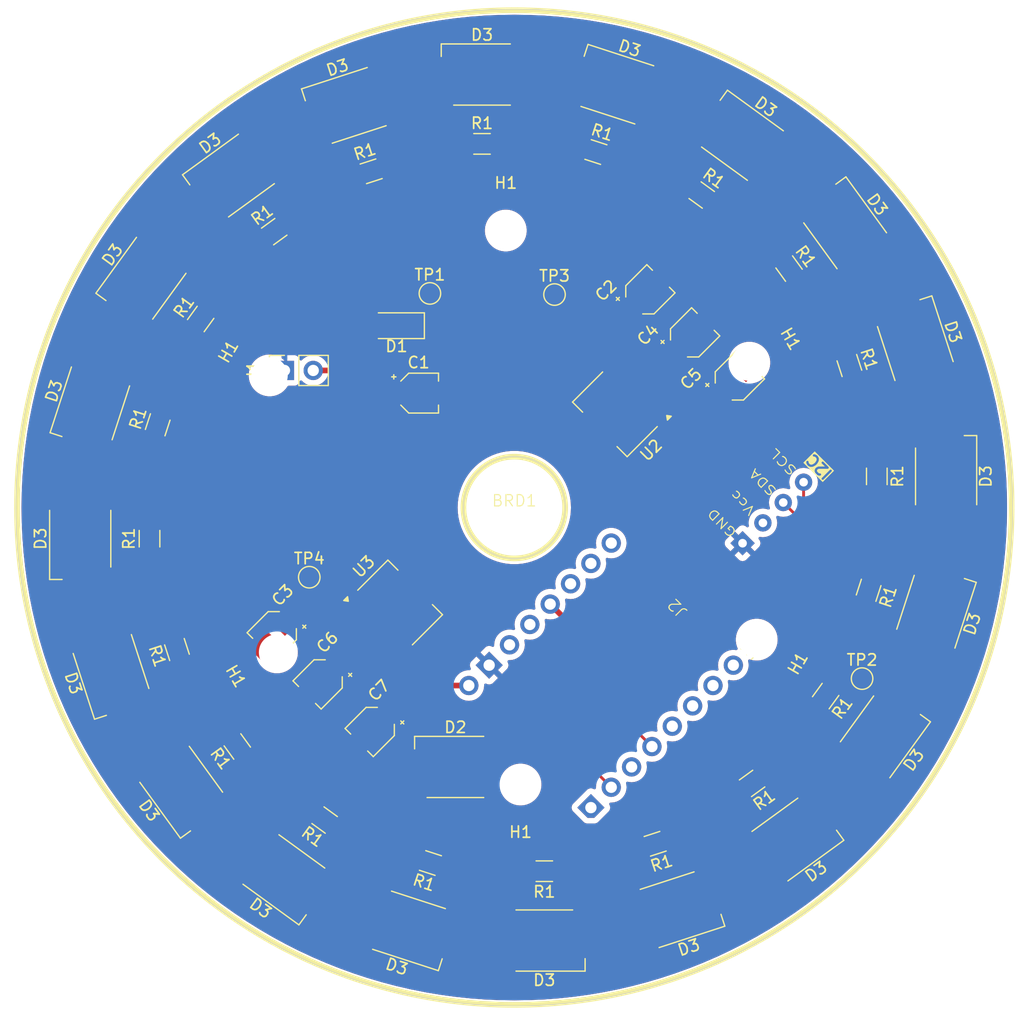
<source format=kicad_pcb>
(kicad_pcb (version 20240108) (generator "pcbnew") (generator_version "8.0")
  (layers (0 "F.Cu" signal) (31 "B.Cu" signal) (34 "B.Paste" user) (35 "F.Paste" user) (36 "B.SilkS" user "B.Silkscreen") (37 "F.SilkS" user "F.Silkscreen") (38 "B.Mask" user) (39 "F.Mask" user) (44 "Edge.Cuts" user))
  (net 0 "")
  (net 3 "Net-(D2-A)")
  (net 8 "/SDA")
  (net 13 "/3V3")
  (net 14 "GND")
  (net 15 "/Power Supply/VIN")
  (net 16 "+3V3")
  (net 17 "+5V")
  (net 18 "/Power Supply/VDC")
  (net 19 "Net-(D3-AB)")
  (net 20 "GPIO3")
  (net 21 "/SCK")
  (footprint "Resistor_SMD:R_1206_3216Metric_Pad1.30x1.75mm_HandSolder" (layer "F.Cu") (at 112.534851 129.479117 -162)
    (property "Reference" "R1")
    (property "Value" "R")
  )
  (footprint "MountingHole:MountingHole_3.2mm_M3" (layer "F.Cu") (at 121.499321 111.462083 -120)
    (property "Reference" "H1")
    (property "Value" "MountingHole_M3")
  )
  (footprint "TestPoint:TestPoint_Pad_D1.5mm" (layer "F.Cu") (at 82 105.95)
    (property "Reference" "TP4")
    (property "Value" "5V")
  )
  (footprint "Capacitor_SMD:CP_Elec_3x5.3" (layer "F.Cu") (at 87.65 119.3 -135)
    (property "Reference" "C7")
    (property "Value" "0.1uF")
  )
  (footprint "Resistor_SMD:R_1206_3216Metric_Pad1.30x1.75mm_HandSolder" (layer "F.Cu") (at 131.378711 107.10404 -108)
    (property "Reference" "R1")
    (property "Value" "R")
  )
  (footprint "Diode_SMD:D_1206_3216Metric_Pad1.42x1.75mm_HandSolder" (layer "F.Cu") (at 89.7 83.75 180)
    (property "Reference" "D1")
    (property "Value" "D")
  )
  (footprint "Alexander Footprint Library:LED_5050-6" (layer "F.Cu") (at 64.500417 114.226035 108)
    (property "Reference" "D3")
    (property "Value" "LED-5050")
  )
  (footprint "Resistor_SMD:R_1206_3216Metric_Pad1.30x1.75mm_HandSolder" (layer "F.Cu") (at 127.585855 116.44311 -126)
    (property "Reference" "R1")
    (property "Value" "R")
  )
  (footprint "Resistor_SMD:R_1206_3216Metric_Pad1.30x1.75mm_HandSolder" (layer "F.Cu") (at 83.35689 127.385855 144)
    (property "Reference" "R1")
    (property "Value" "R")
  )
  (footprint "Resistor_SMD:R_1206_3216Metric_Pad1.30x1.75mm_HandSolder" (layer "F.Cu") (at 124.353036 78.707297 -54)
    (property "Reference" "R1")
    (property "Value" "R")
  )
  (footprint "MountingHole:MountingHole_3.2mm_M3" (layer "F.Cu") (at 79.150679 112.587917 120)
    (property "Reference" "H1")
    (property "Value" "MountingHole_M3")
  )
  (footprint "Resistor_SMD:R_1206_3216Metric_Pad1.30x1.75mm_HandSolder" (layer "F.Cu") (at 129.679117 87.265149 -72)
    (property "Reference" "R1")
    (property "Value" "R")
  )
  (footprint "Resistor_SMD:R_1206_3216Metric_Pad1.30x1.75mm_HandSolder" (layer "F.Cu") (at 121.092703 124.153036 -144)
    (property "Reference" "R1")
    (property "Value" "R")
  )
  (footprint "Resistor_SMD:R_1206_3216Metric_Pad1.30x1.75mm_HandSolder" (layer "F.Cu") (at 78.907297 75.446964 36)
    (property "Reference" "R1")
    (property "Value" "R")
  )
  (footprint "Resistor_SMD:R_1206_3216Metric_Pad1.30x1.75mm_HandSolder" (layer "F.Cu") (at 102.75 131.9 180)
    (property "Reference" "R1")
    (property "Value" "R")
  )
  (footprint "Resistor_SMD:R_1206_3216Metric_Pad1.30x1.75mm_HandSolder" (layer "F.Cu") (at 132.1 97.05 -90)
    (property "Reference" "R1")
    (property "Value" "R")
  )
  (footprint "Resistor_SMD:R_1206_3216Metric_Pad1.30x1.75mm_HandSolder" (layer "F.Cu") (at 92.69596 131.178711 162)
    (property "Reference" "R1")
    (property "Value" "R")
  )
  (footprint "Alexander Footprint Library:Conn_I2C" (layer "F.Cu") (at 114.861846 108.338154 135)
    (property "Reference" "J2")
    (property "Value" "I2C")
  )
  (footprint "Alexander Footprint Library:LED_5050-6" (layer "F.Cu") (at 102.75 138.02 180)
    (property "Reference" "D3")
    (property "Value" "LED-5050")
  )
  (footprint "Resistor_SMD:R_1206_3216Metric_Pad1.30x1.75mm_HandSolder" (layer "F.Cu") (at 72.414145 83.15689 54)
    (property "Reference" "R1")
    (property "Value" "R")
  )
  (footprint "Capacitor_SMD:CP_Elec_3x5.3" (layer "F.Cu") (at 119.7 88.45 45)
    (property "Reference" "C5")
    (property "Value" "0.1uF")
  )
  (footprint "Alexander Footprint Library:ESP32-C3_SuperMini" (layer "F.Cu") (at 121.230256 111.919744 135)
    (property "Reference" "U1")
    (property "Value" "ESP32-C3 SuperMini")
  )
  (footprint "Resistor_SMD:R_1206_3216Metric_Pad1.30x1.75mm_HandSolder" (layer "F.Cu") (at 87.465149 70.120883 18)
    (property "Reference" "R1")
    (property "Value" "R")
  )
  (footprint "Resistor_SMD:R_1206_3216Metric_Pad1.30x1.75mm_HandSolder" (layer "F.Cu") (at 97.25 67.7)
    (property "Reference" "R1")
    (property "Value" "R")
  )
  (footprint "Alexander Footprint Library:LED_5050-6" (layer "F.Cu") (at 75.310051 70.49578 36)
    (property "Reference" "D3")
    (property "Value" "LED-5050")
  )
  (footprint "Alexander Footprint Library:Circle-44R" (layer "F.Cu") (at 100.1 99.7)
    (property "Reference" "BRD1")
    (property "Value" "~")
    (fp_circle (center 0 0.1) (end 4.5 0) (stroke (width 0.05)) (fill none) (layer "Edge.Cuts"))
    (fp_circle (center 0 0.1) (end 44 0.1) (stroke (width 0.05)) (fill none) (layer "Edge.Cuts"))
  )
  (footprint "Resistor_SMD:R_1206_3216Metric_Pad1.30x1.75mm_HandSolder" (layer "F.Cu") (at 107.30404 68.421289 -18)
    (property "Reference" "R1")
    (property "Value" "R")
  )
  (footprint "MountingHole:MountingHole_3.2mm_M3" (layer "F.Cu") (at 100.65 124.25 180)
    (property "Reference" "H1")
    (property "Value" "MountingHole_M3")
  )
  (footprint "Alexander Footprint Library:LED_5050-6" (layer "F.Cu") (at 120.240356 67.262961 -36)
    (property "Reference" "D3")
    (property "Value" "LED-5050")
  )
  (footprint "Alexander Footprint Library:LED_5050-6" (layer "F.Cu") (at 94.9 122.7)
    (property "Reference" "D2")
    (property "Value" "5050")
  )
  (footprint "Alexander Footprint Library:LED_5050-6" (layer "F.Cu") (at 61.78 102.55 90)
    (property "Reference" "D3")
    (property "Value" "LED-5050")
  )
  (footprint "Alexander Footprint Library:LED_5050-6" (layer "F.Cu") (at 129.30422 75.110051 -54)
    (property "Reference" "D3")
    (property "Value" "LED-5050")
  )
  (footprint "Alexander Footprint Library:LED_5050-6" (layer "F.Cu") (at 124.689949 129.10422 -144)
    (property "Reference" "D3")
    (property "Value" "LED-5050")
  )
  (footprint "Capacitor_SMD:CP_Elec_3x5.3" (layer "F.Cu") (at 111.8 80.85 45)
    (property "Reference" "C2")
    (property "Value" "1uF")
  )
  (footprint "TestPoint:TestPoint_Pad_D1.5mm" (layer "F.Cu") (at 92.65 80.9)
    (property "Reference" "TP1")
    (property "Value" "VIN")
  )
  (footprint "Alexander Footprint Library:LED_5050-6" (layer "F.Cu") (at 137.199177 108.995224 -108)
    (property "Reference" "D3")
    (property "Value" "LED-5050")
  )
  (footprint "Resistor_SMD:R_1206_3216Metric_Pad1.30x1.75mm_HandSolder" (layer "F.Cu") (at 116.64311 72.214145 -36)
    (property "Reference" "R1")
    (property "Value" "R")
  )
  (footprint "Resistor_SMD:R_1206_3216Metric_Pad1.30x1.75mm_HandSolder" (layer "F.Cu") (at 68.621289 92.49596 72)
    (property "Reference" "R1")
    (property "Value" "R")
  )
  (footprint "MountingHole:MountingHole_3.2mm_M3" (layer "F.Cu") (at 120.849321 87.012083 -60)
    (property "Reference" "H1")
    (property "Value" "MountingHole_M3")
  )
  (footprint "Alexander Footprint Library:AMS1117 SOT-223" (layer "F.Cu") (at 109 91.55 -135)
    (property "Reference" "U2")
    (property "Value" "AMS1117-3V3")
  )
  (footprint "Alexander Footprint Library:LED_5050-6" (layer "F.Cu") (at 135.499583 85.373965 -72)
    (property "Reference" "D3")
    (property "Value" "LED-5050")
  )
  (footprint "Alexander Footprint Library:LED_5050-6" (layer "F.Cu") (at 132.537039 120.040356 -126)
    (property "Reference" "D3")
    (property "Value" "LED-5050")
  )
  (footprint "Resistor_SMD:R_1206_3216Metric_Pad1.30x1.75mm_HandSolder" (layer "F.Cu") (at 67.9 102.55 90)
    (property "Reference" "R1")
    (property "Value" "R")
  )
  (footprint "Alexander Footprint Library:LED_5050-6" (layer "F.Cu") (at 109.195224 62.600823 -18)
    (property "Reference" "D3")
    (property "Value" "LED-5050")
  )
  (footprint "Capacitor_SMD:CP_Elec_3x5.3" (layer "F.Cu") (at 79 110.85 -135)
    (property "Reference" "C3")
    (property "Value" "1uF")
  )
  (footprint "Alexander Footprint Library:LED_5050-6" (layer "F.Cu") (at 70.69578 124.489949 126)
    (property "Reference" "D3")
    (property "Value" "LED-5050")
  )
  (footprint "Resistor_SMD:R_1206_3216Metric_Pad1.30x1.75mm_HandSolder" (layer "F.Cu") (at 75.646964 120.892703 126)
    (property "Reference" "R1")
    (property "Value" "R")
  )
  (footprint "Alexander Footprint Library:LED_5050-6" (layer "F.Cu") (at 67.462961 79.559644 54)
    (property "Reference" "D3")
    (property "Value" "LED-5050")
  )
  (footprint "Alexander Footprint Library:LED_5050-6" (layer "F.Cu") (at 90.804776 136.999177 162)
    (property "Reference" "D3")
    (property "Value" "LED-5050")
  )
  (footprint "TestPoint:TestPoint_Pad_D1.5mm" (layer "F.Cu") (at 130.8 114.9)
    (property "Reference" "TP2")
    (property "Value" "GND")
  )
  (footprint "Capacitor_SMD:CP_Elec_3x5.3" (layer "F.Cu") (at 115.75 84.65 45)
    (property "Reference" "C4")
    (property "Value" "10uF")
  )
  (footprint "MountingHole:MountingHole_3.2mm_M3" (layer "F.Cu") (at 99.35 75.35)
    (property "Reference" "H1")
    (property "Value" "MountingHole_M3")
  )
  (footprint "Capacitor_SMD:CP_Elec_3x5.3" (layer "F.Cu") (at 83.05 115.1 -135)
    (property "Reference" "C6")
    (property "Value" "10uF")
  )
  (footprint "Connector_PinSocket_2.54mm:PinSocket_1x02_P2.54mm_Vertical" (layer "F.Cu") (at 79.81 87.7 90)
    (property "Reference" "J1")
    (property "Value" "PWR")
  )
  (footprint "Alexander Footprint Library:LED_5050-6" (layer "F.Cu") (at 114.426035 135.299583 -162)
    (property "Reference" "D3")
    (property "Value" "LED-5050")
  )
  (footprint "MountingHole:MountingHole_3.2mm_M3" (layer "F.Cu") (at 78.500679 88.137917 60)
    (property "Reference" "H1")
    (property "Value" "MountingHole_M3")
  )
  (footprint "Alexander Footprint Library:LED_5050-6" (layer "F.Cu") (at 85.573965 64.300417 18)
    (property "Reference" "D3")
    (property "Value" "LED-5050")
  )
  (footprint "Capacitor_SMD:CP_Elec_3x5.3" (layer "F.Cu") (at 91.65 89.7)
    (property "Reference" "C1")
    (property "Value" "1uF")
  )
  (footprint "Resistor_SMD:R_1206_3216Metric_Pad1.30x1.75mm_HandSolder" (layer "F.Cu") (at 70.320883 112.334851 108)
    (property "Reference" "R1")
    (property "Value" "R")
  )
  (footprint "Alexander Footprint Library:LED_5050-6" (layer "F.Cu") (at 138.22 97.05 -90)
    (property "Reference" "D3")
    (property "Value" "LED-5050")
  )
  (footprint "Alexander Footprint Library:AMS1117 SOT-223" (layer "F.Cu") (at 90 108.2 45)
    (property "Reference" "U3")
    (property "Value" "AMS1117-5V")
  )
  (footprint "Alexander Footprint Library:LED_5050-6" (layer "F.Cu") (at 79.759644 132.337039 144)
    (property "Reference" "D3")
    (property "Value" "LED-5050")
  )
  (footprint "TestPoint:TestPoint_Pad_D1.5mm" (layer "F.Cu") (at 103.65 81)
    (property "Reference" "TP3")
    (property "Value" "3V3")
  )
  (footprint "Alexander Footprint Library:LED_5050-6" (layer "F.Cu") (at 62.800823 90.604776 72)
    (property "Reference" "D3")
    (property "Value" "LED-5050")
  )
  (footprint "Alexander Footprint Library:LED_5050-6" (layer "F.Cu") (at 97.25 61.58)
    (property "Reference" "D3")
    (property "Value" "LED-5050")
  )
  (segment (start 105.8 121.634206) (end 108.657897 124.492103) (width 0.25) (layer "F.Cu") (net 8))
  (segment (start 124.95 100.465796) (end 124.95 101.45) (width 0.25) (layer "F.Cu") (net 8))
  (segment (start 123.842102 99.357898) (end 124.95 100.465796) (width 0.25) (layer "F.Cu") (net 8))
  (segment (start 105.8 120.6) (end 105.8 121.634206) (width 0.25) (layer "F.Cu") (net 8))
  (segment (start 124.95 101.45) (end 105.8 120.6) (width 0.25) (layer "F.Cu") (net 8))
  (segment (start 115.83934 84.16066) (end 115.98934 84.16066) (width 0.2) (layer "F.Cu") (net 14))
  (segment (start 115.98934 84.31066) (end 115.98934 84.16066) (width 0.2) (layer "F.Cu") (net 14))
  (segment (start 119.78934 87.96066) (end 119.93934 87.96066) (width 0.2) (layer "F.Cu") (net 14))
  (segment (start 90.15 89.7) (end 90.15 87.6) (width 0.5) (layer "F.Cu") (net 15))
  (segment (start 109.601041 87.696268) (end 105.704773 83.8) (width 0.5) (layer "F.Cu") (net 15))
  (segment (start 90.15 97.95) (end 86.8 101.3) (width 0.5) (layer "F.Cu") (net 15))
  (segment (start 91.1 110.352691) (end 89.398959 112.053732) (width 0.5) (layer "F.Cu") (net 15))
  (segment (start 86.8 104.6) (end 91.1 108.9) (width 0.5) (layer "F.Cu") (net 15))
  (segment (start 95.7 83.75) (end 94.95 83) (width 0.25) (layer "F.Cu") (net 15))
  (segment (start 91.1875 86.5625) (end 91.1875 83.75) (width 0.5) (layer "F.Cu") (net 15))
  (segment (start 95.7 83.75) (end 105.654772 83.75) (width 0.5) (layer "F.Cu") (net 15))
  (segment (start 94.95 81.65) (end 94.2 80.9) (width 0.25) (layer "F.Cu") (net 15))
  (segment (start 86.8 101.3) (end 86.8 104.6) (width 0.5) (layer "F.Cu") (net 15))
  (segment (start 105.654772 83.75) (end 106.252386 84.347614) (width 0.5) (layer "F.Cu") (net 15))
  (segment (start 95.7 83.75) (end 91.1875 83.75) (width 0.5) (layer "F.Cu") (net 15))
  (segment (start 90.15 89.7) (end 90.15 97.95) (width 0.5) (layer "F.Cu") (net 15))
  (segment (start 94.95 83) (end 94.95 81.65) (width 0.25) (layer "F.Cu") (net 15))
  (segment (start 90.15 87.6) (end 91.1875 86.5625) (width 0.5) (layer "F.Cu") (net 15))
  (segment (start 94.2 80.9) (end 92.65 80.9) (width 0.25) (layer "F.Cu") (net 15))
  (segment (start 91.1 108.9) (end 91.1 110.352691) (width 0.5) (layer "F.Cu") (net 15))
  (segment (start 110.73934 81.91066) (end 114.53934 85.71066) (width 0.5) (layer "F.Cu") (net 16))
  (segment (start 114.68934 85.71066) (end 118.48934 89.51066) (width 0.5) (layer "F.Cu") (net 16))
  (segment (start 111.227386 89.322614) (end 114.68934 85.86066) (width 0.5) (layer "F.Cu") (net 16))
  (segment (start 103.65 81) (end 109.82868 81) (width 0.25) (layer "F.Cu") (net 16))
  (segment (start 109.82868 81) (end 110.73934 81.91066) (width 0.25) (layer "F.Cu") (net 16))
  (segment (start 84.11066 114.03934) (end 87.722614 110.427386) (width 0.5) (layer "F.Cu") (net 17))
  (segment (start 80.06066 109.98934) (end 80.06066 109.78934) (width 0.25) (layer "F.Cu") (net 17))
  (segment (start 91.438154 115.511846) (end 96.085539 115.511846) (width 0.5) (layer "F.Cu") (net 17))
  (segment (start 84.51066 114.03934) (end 84.11066 114.03934) (width 0.25) (layer "F.Cu") (net 17))
  (segment (start 88.71066 118.23934) (end 84.51066 114.03934) (width 0.5) (layer "F.Cu") (net 17))
  (segment (start 87.722614 110.427386) (end 87.772614 110.427386) (width 0.25) (layer "F.Cu") (net 17))
  (segment (start 80.06066 109.78934) (end 82 107.85) (width 0.25) (layer "F.Cu") (net 17))
  (segment (start 84.11066 114.03934) (end 80.06066 109.98934) (width 0.5) (layer "F.Cu") (net 17))
  (segment (start 88.71066 118.23934) (end 91.438154 115.511846) (width 0.5) (layer "F.Cu") (net 17))
  (segment (start 82 107.85) (end 82 105.95) (width 0.25) (layer "F.Cu") (net 17))
  (segment (start 85.6 86.9) (end 84.8 87.7) (width 0.5) (layer "F.Cu") (net 18))
  (segment (start 84.8 87.7) (end 82.35 87.7) (width 0.5) (layer "F.Cu") (net 18))
  (segment (start 87.1625 83.75) (end 86.25 83.75) (width 0.5) (layer "F.Cu") (net 18))
  (segment (start 86.25 83.75) (end 85.6 84.4) (width 0.5) (layer "F.Cu") (net 18))
  (segment (start 85.6 84.4) (end 85.6 86.9) (width 0.5) (layer "F.Cu") (net 18))
  (segment (start 133.379378 106.12433) (end 134.45044 105.578596) (width 0.5) (layer "F.Cu") (net 19))
  (segment (start 65.54956 94.021404) (end 60.442387 92.361983) (width 0.5) (layer "F.Cu") (net 19))
  (segment (start 75.263604 123.087136) (end 75.075557 124.274418) (width 0.5) (layer "F.Cu") (net 19))
  (segment (start 84.610866 128.296922) (end 83.67041 129.591349) (width 0.5) (layer "F.Cu") (net 19))
  (segment (start 105.778596 65.34956) (end 107.438017 60.242387) (width 0.5) (layer "F.Cu") (net 19))
  (segment (start 124.736396 76.512864) (end 124.924443 75.325582) (width 0.5) (layer "F.Cu") (net 19))
  (segment (start 70.799859 113.808989) (end 69.278169 114.303416) (width 0.5) (layer "F.Cu") (net 19))
  (segment (start 116.32959 70.008651) (end 116.141543 68.821369) (width 0.5) (layer "F.Cu") (net 19))
  (segment (start 70.208651 83.47041) (end 69.021369 83.658457) (width 0.5) (layer "F.Cu") (net 19))
  (segment (start 131.857687 105.629902) (end 133.379377 106.124329) (width 0.5) (layer "F.Cu") (net 19))
  (segment (start 124.474418 124.724443) (end 127.630825 129.068864) (width 0.5) (layer "F.Cu") (net 19))
  (segment (start 104.3 131.9) (end 104.3 133.5) (width 0.5) (layer "F.Cu") (net 19))
  (segment (start 129.200141 85.791011) (end 130.721831 85.296584) (width 0.5) (layer "F.Cu") (net 19))
  (segment (start 128.496922 115.189134) (end 129.791349 116.12959) (width 0.5) (layer "F.Cu") (net 19))
  (segment (start 67.9 104.1) (end 66.3 104.1) (width 0.5) (layer "F.Cu") (net 19))
  (segment (start 93.67567 133.179378) (end 94.221404 134.25044) (width 0.5) (layer "F.Cu") (net 19))
  (segment (start 131.267565 84.225522) (end 136.374738 82.566101) (width 0.5) (layer "F.Cu") (net 19))
  (segment (start 115.389134 71.303078) (end 116.32959 70.008651) (width 0.5) (layer "F.Cu") (net 19))
  (segment (start 69.278168 114.303416) (end 68.732434 115.374478) (width 0.5) (layer "F.Cu") (net 19))
  (segment (start 83.67041 129.591349) (end 83.858457 130.778631) (width 0.5) (layer "F.Cu") (net 19))
  (segment (start 68.732435 115.374478) (end 63.625262 117.033899) (width 0.5) (layer "F.Cu") (net 19))
  (segment (start 94.221404 134.25044) (end 92.561983 139.357613) (width 0.5) (layer "F.Cu") (net 19))
  (segment (start 116.141543 68.821369) (end 119.29795 64.476948) (width 0.5) (layer "F.Cu") (net 19))
  (segment (start 66.3 104.1) (end 65.45 104.95) (width 0.5) (layer "F.Cu") (net 19))
  (segment (start 85.496584 69.078168) (end 84.425522 68.532434) (width 0.5) (layer "F.Cu") (net 19))
  (segment (start 104.3 133.5) (end 105.15 134.35) (width 0.5) (layer "F.Cu") (net 19))
  (segment (start 105.829902 67.942313) (end 106.324329 66.420623) (width 0.5) (layer "F.Cu") (net 19))
  (segment (start 123.287136 124.536396) (end 124.474418 124.724443) (width 0.5) (layer "F.Cu") (net 19))
  (segment (start 130.978631 115.941543) (end 135.323052 119.09795) (width 0.5) (layer "F.Cu") (net 19))
  (segment (start 95.7 66.1) (end 94.85 65.25) (width 0.5) (layer "F.Cu") (net 19))
  (segment (start 76.712864 75.063604) (end 75.525582 74.875557) (width 0.5) (layer "F.Cu") (net 19))
  (segment (start 95.7 67.7) (end 95.7 66.1) (width 0.5) (layer "F.Cu") (net 19))
  (segment (start 77.65332 76.358031) (end 76.712864 75.063604) (width 0.5) (layer "F.Cu") (net 19))
  (segment (start 75.525582 74.875557) (end 72.369175 70.531136) (width 0.5) (layer "F.Cu") (net 19))
  (segment (start 83.858457 130.778631) (end 80.70205 135.123052) (width 0.5) (layer "F.Cu") (net 19))
  (segment (start 106.32433 66.420622) (end 105.778596 65.34956) (width 0.5) (layer "F.Cu") (net 19))
  (segment (start 134.55 94.65) (end 139.92 94.65) (width 0.5) (layer "F.Cu") (net 19))
  (segment (start 132.1 95.5) (end 133.7 95.5) (width 0.5) (layer "F.Cu") (net 19))
  (segment (start 134.45044 105.578596) (end 139.557613 107.238017) (width 0.5) (layer "F.Cu") (net 19))
  (segment (start 115.574478 131.067565) (end 117.233899 136.174738) (width 0.5) (layer "F.Cu") (net 19))
  (segment (start 71.503078 84.410866) (end 70.208651 83.47041) (width 0.5) (layer "F.Cu") (net 19))
  (segment (start 65.45 104.95) (end 60.08 104.95) (width 0.5) (layer "F.Cu") (net 19))
  (segment (start 114.503416 130.521832) (end 115.574478 131.067566) (width 0.5) (layer "F.Cu") (net 19))
  (segment (start 84.425522 68.532435) (end 82.766101 63.425262) (width 0.5) (layer "F.Cu") (net 19))
  (segment (start 68.142313 93.970098) (end 66.620623 93.475671) (width 0.5) (layer "F.Cu") (net 19))
  (segment (start 75.075557 124.274418) (end 70.731136 127.430825) (width 0.5) (layer "F.Cu") (net 19))
  (segment (start 69.021369 83.658457) (end 64.676948 80.50205) (width 0.5) (layer "F.Cu") (net 19))
  (segment (start 85.991011 70.599859) (end 85.496584 69.078169) (width 0.5) (layer "F.Cu") (net 19))
  (segment (start 123.441969 77.45332) (end 124.736396 76.512864) (width 0.5) (layer "F.Cu") (net 19))
  (segment (start 122.34668 123.241969) (end 123.287136 124.536396) (width 0.5) (layer "F.Cu") (net 19))
  (segment (start 105.15 134.35) (end 105.15 139.72) (width 0.5) (layer "F.Cu") (net 19))
  (segment (start 66.620622 93.47567) (end 65.54956 94.021404) (width 0.5) (layer "F.Cu") (net 19))
  (segment (start 124.924443 75.325582) (end 129.268864 72.169175) (width 0.5) (layer "F.Cu") (net 19))
  (segment (start 94.170098 131.657687) (end 93.675671 133.179377) (width 0.5) (layer "F.Cu") (net 19))
  (segment (start 133.7 95.5) (end 134.55 94.65) (width 0.5) (layer "F.Cu") (net 19))
  (segment (start 114.008989 129.000141) (end 114.503416 130.521831) (width 0.5) (layer "F.Cu") (net 19))
  (segment (start 94.85 65.25) (end 94.85 59.88) (width 0.5) (layer "F.Cu") (net 19))
  (segment (start 129.791349 116.12959) (end 130.978631 115.941543) (width 0.5) (layer "F.Cu") (net 19))
  (segment (start 76.558031 122.14668) (end 75.263604 123.087136) (width 0.5) (layer "F.Cu") (net 19))
  (segment (start 130.721832 85.296584) (end 131.267566 84.225522) (width 0.5) (layer "F.Cu") (net 19))
  (segment (start 123.160659 81.489515) (end 119.632131 81.489515) (width 0.5) (layer "F.Cu") (net 20))
  (segment (start 115.539341 122.960659) (end 118.310485 122.960659) (width 0.5) (layer "F.Cu") (net 20))
  (segment (start 71.573012 91.825266) (end 72.314653 92.566907) (width 0.5) (layer "F.Cu") (net 20))
  (segment (start 88.939287 69.641906) (end 89.742731 72.114653) (width 0.5) (layer "F.Cu") (net 20))
  (segment (start 124.571344 111.630378) (end 128.426988 107.774734) (width 0.5) (layer "F.Cu") (net 20))
  (segment (start 69.100265 91.021822) (end 71.573012 91.825266) (width 0.5) (layer "F.Cu") (net 20))
  (segment (start 73.325212 81.902914) (end 75.428656 83.431156) (width 0.5) (layer "F.Cu") (net 20))
  (segment (start 96.385347 72.114653) (end 89.742731 72.114653) (width 0.5) (layer "F.Cu") (net 20))
  (segment (start 124.571344 116.168844) (end 124.571344 111.630378) (width 0.5) (layer "F.Cu") (net 20))
  (segment (start 77.370297 118.070297) (end 77.370297 118.110485) (width 0.5) (layer "F.Cu") (net 20))
  (segment (start 98.8 67.7) (end 98.8 69.7) (width 0.5) (layer "F.Cu") (net 20))
  (segment (start 111.060713 127.531407) (end 111.060713 129.958093) (width 0.5) (layer "F.Cu") (net 20))
  (segment (start 72.407269 110.057269) (end 74.6 112.25) (width 0.5) (layer "F.Cu") (net 20))
  (segment (start 67.9 101) (end 70.5 101) (width 0.5) (layer "F.Cu") (net 20))
  (segment (start 113.2 75.228656) (end 111.878656 75.228656) (width 0.5) (layer "F.Cu") (net 20))
  (segment (start 103.141907 129.958093) (end 111.060713 129.958093) (width 0.5) (layer "F.Cu") (net 20))
  (segment (start 128.426988 99.673012) (end 129.5 98.6) (width 0.5) (layer "F.Cu") (net 20))
  (segment (start 125.264103 79.961273) (end 123.160659 81.489515) (width 0.5) (layer "F.Cu") (net 20))
  (segment (start 72.314653 92.566907) (end 72.314653 102.814653) (width 0.5) (layer "F.Cu") (net 20))
  (segment (start 85.218043 76.639341) (end 81.689515 76.639341) (width 0.5) (layer "F.Cu") (net 20))
  (segment (start 116.368844 75.228656) (end 113.2 75.228656) (width 0.5) (layer "F.Cu") (net 20))
  (segment (start 118.310485 119.789515) (end 124.55 113.55) (width 0.5) (layer "F.Cu") (net 20))
  (segment (start 104.992102 110.05) (end 107.4 110.05) (width 0.5) (layer "F.Cu") (net 20))
  (segment (start 127.685347 89.542731) (end 119.371308 81.228692) (width 0.5) (layer "F.Cu") (net 20))
  (segment (start 111.878656 75.228656) (end 108.023012 71.373012) (width 0.5) (layer "F.Cu") (net 20))
  (segment (start 72.314653 110.057269) (end 72.407269 110.057269) (width 0.5) (layer "F.Cu") (net 20))
  (segment (start 130.158094 88.739287) (end 127.685347 89.542731) (width 0.5) (layer "F.Cu") (net 20))
  (segment (start 91.221822 130.699735) (end 92.025266 128.226988) (width 0.5) (layer "F.Cu") (net 20))
  (segment (start 76.839341 118.110485) (end 77.370297 118.110485) (width 0.5) (layer "F.Cu") (net 20))
  (segment (start 130.899735 108.578178) (end 128.426988 107.774734) (width 0.5) (layer "F.Cu") (net 20))
  (segment (start 119.632131 81.489515) (end 119.371308 81.228692) (width 0.5) (layer "F.Cu") (net 20))
  (segment (start 72.314653 89.542731) (end 72.314653 92.566907) (width 0.5) (layer "F.Cu") (net 20))
  (segment (start 72.314653 102.814653) (end 72.314653 110.057269) (width 0.5) (layer "F.Cu") (net 20))
  (segment (start 102.25 69.7) (end 103.923012 71.373012) (width 0.5) (layer "F.Cu") (net 20))
  (segment (start 126.674788 117.697086) (end 124.571344 116.168844) (width 0.5) (layer "F.Cu") (net 20))
  (segment (start 101.2 131.9) (end 103.141907 129.958093) (width 0.5) (layer "F.Cu") (net 20))
  (segment (start 80.161273 74.535897) (end 81.689515 76.639341) (width 0.5) (layer "F.Cu") (net 20))
  (segment (start 70.5 101) (end 72.314653 102.814653) (width 0.5) (layer "F.Cu") (net 20))
  (segment (start 77.370297 118.110485) (end 83.631156 124.371344) (width 0.5) (layer "F.Cu") (net 20))
  (segment (start 107.974734 71.373012) (end 108.778178 68.900265) (width 0.5) (layer "F.Cu") (net 20))
  (segment (start 98.8 69.7) (end 102.25 69.7) (width 0.5) (layer "F.Cu") (net 20))
  (segment (start 74.6 112.25) (end 74.6 115.3) (width 0.5) (layer "F.Cu") (net 20))
  (segment (start 78.426228 83.431156) (end 85.218043 76.639341) (width 0.5) (layer "F.Cu") (net 20))
  (segment (start 123.15 94.3) (end 129.5 94.3) (width 0.5) (layer "F.Cu") (net 20))
  (segment (start 129.5 98.6) (end 129.5 94.3) (width 0.5) (layer "F.Cu") (net 20))
  (segment (start 124.55 113.55) (end 124.571344 113.55) (width 0.5) (layer "F.Cu") (net 20))
  (segment (start 69.841906 110.860713) (end 72.314653 110.057269) (width 0.5) (layer "F.Cu") (net 20))
  (segment (start 103.923012 71.373012) (end 107.974734 71.373012) (width 0.5) (layer "F.Cu") (net 20))
  (segment (start 113.371272 75.228656) (end 113.2 75.228656) (width 0.5) (layer "F.Cu") (net 20))
  (segment (start 118.310485 122.960659) (end 118.310485 119.789515) (width 0.5) (layer "F.Cu") (net 20))
  (segment (start 74.735897 119.638727) (end 76.839341 118.110485) (width 0.5) (layer "F.Cu") (net 20))
  (segment (start 92.025266 128.226988) (end 101.410802 128.226988) (width 0.5) (layer "F.Cu") (net 20))
  (segment (start 74.6 115.3) (end 77.370297 118.070297) (width 0.5) (layer "F.Cu") (net 20))
  (segment (start 82.102914 126.474788) (end 83.631156 124.371344) (width 0.5) (layer "F.Cu") (net 20))
  (segment (start 129.5 91.357384) (end 127.685347 89.542731) (width 0.5) (layer "F.Cu") (net 20))
  (segment (start 119.371308 81.228692) (end 113.371272 75.228656) (width 0.5) (layer "F.Cu") (net 20))
  (segment (start 89.742731 72.114653) (end 85.218043 76.639341) (width 0.5) (layer "F.Cu") (net 20))
  (segment (start 98.8 69.7) (end 96.385347 72.114653) (width 0.5) (layer "F.Cu") (net 20))
  (segment (start 107.4 110.05) (end 123.15 94.3) (width 0.5) (layer "F.Cu") (net 20))
  (segment (start 108.023012 71.373012) (end 107.974734 71.373012) (width 0.5) (layer "F.Cu") (net 20))
  (segment (start 101.410802 128.226988) (end 103.141907 129.958093) (width 0.5) (layer "F.Cu") (net 20))
  (segment (start 129.5 94.3) (end 129.5 91.357384) (width 0.5) (layer "F.Cu") (net 20))
  (segment (start 88.169622 124.371344) (end 92.025266 128.226988) (width 0.5) (layer "F.Cu") (net 20))
  (segment (start 119.838727 125.064103) (end 118.310485 122.960659) (width 0.5) (layer "F.Cu") (net 20))
  (segment (start 129.5 98.6) (end 132.1 98.6) (width 0.5) (layer "F.Cu") (net 20))
  (segment (start 83.631156 124.371344) (end 88.169622 124.371344) (width 0.5) (layer "F.Cu") (net 20))
  (segment (start 111.014653 127.485347) (end 115.539341 122.960659) (width 0.5) (layer "F.Cu") (net 20))
  (segment (start 117.897086 73.125212) (end 116.368844 75.228656) (width 0.5) (layer "F.Cu") (net 20))
  (segment (start 111.014653 127.485347) (end 111.060713 127.531407) (width 0.5) (layer "F.Cu") (net 20))
  (segment (start 78.426228 83.431156) (end 72.314653 89.542731) (width 0.5) (layer "F.Cu") (net 20))
  (segment (start 103.269744 108.327642) (end 104.992102 110.05) (width 0.5) (layer "F.Cu") (net 20))
  (segment (start 128.426988 107.774734) (end 128.426988 99.673012) (width 0.5) (layer "F.Cu") (net 20))
  (segment (start 75.428656 83.431156) (end 78.426228 83.431156) (width 0.5) (layer "F.Cu") (net 20))
  (segment (start 109.6 118.25) (end 109.6 117.436396) (width 0.25) (layer "F.Cu") (net 21))
  (segment (start 112.25 120.9) (end 109.6 118.25) (width 0.25) (layer "F.Cu") (net 21))
  (segment (start 125.638153 101.398243) (end 125.638153 97.561847) (width 0.25) (layer "F.Cu") (net 21))
  (segment (start 109.6 117.436396) (end 125.638153 101.398243) (width 0.25) (layer "F.Cu") (net 21))
  (zone (net 14) (net_name "GND") (layer "F.Cu") (connect_pads (clearance 0.5)) (min_thickness 0.25) (fill yes (thermal_gap 0.5) (thermal_bridge_width 0.5))
    (polygon (pts (xy 100.1 55) (xy 120.2 58.4) (xy 144.4 80.2) (xy 144.3 108.2) (xy 132 140.2) (xy 91.7 145.4) (xy 59.8 128.6) (xy 54.7 95.5) (xy 61.7 76.2) (xy 77.8 59.3) (xy 89.2 56.7)))
  )
  (zone (net 14) (net_name "GND") (layer "B.Cu") (connect_pads (clearance 0.5)) (min_thickness 0.25) (fill yes (thermal_gap 0.5) (thermal_bridge_width 0.5))
    (polygon (pts (xy 100.1 55) (xy 120.2 58.4) (xy 144.4 80.2) (xy 144.3 108.2) (xy 132 140.2) (xy 91.7 145.4) (xy 59.8 128.6) (xy 54.7 95.5) (xy 61.7 76.2) (xy 77.8 59.3) (xy 89.2 56.7)))
  )
)
</source>
